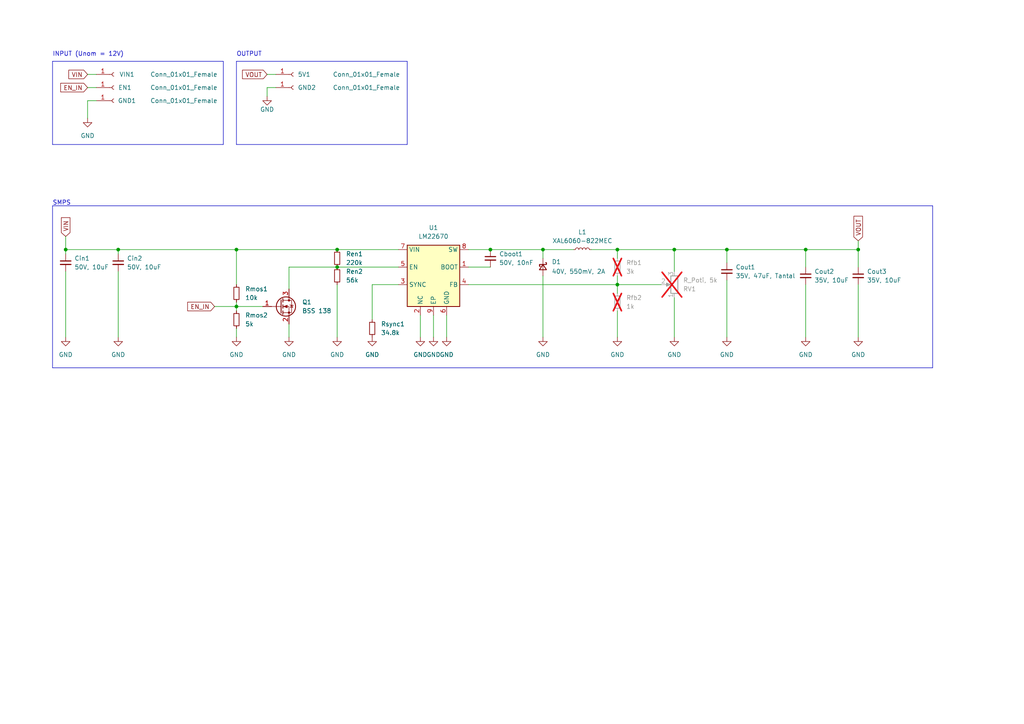
<source format=kicad_sch>
(kicad_sch (version 20231120) (generator "eeschema") (generator_version "8.0")
  (paper "A4")
  (lib_symbols
    (symbol "Connector:Conn_01x01_Female" (pin_names (offset 1.016) hide)
      (property "Reference" "J" (at 0 2.54 0))
      (property "Value" "Conn_01x01_Female" (at 0 -2.54 0))
      (symbol "Conn_01x01_Female_1_1"
        (polyline (pts (xy -1.27 0) (xy -0.508 0)) (stroke (width 0.1524)))
        (arc (start 0 0.508) (mid -0.5058 0) (end 0 -0.508) (stroke (width 0.1524)))
        (pin passive line (at -5.08 0 0) (length 3.81) (name "Pin_1") (number "1"))
      )
    )
    (symbol "Device:C_Small" (pin_numbers hide) (pin_names (offset 0.254) hide)
      (property "Reference" "C" (at 0.254 1.778 0))
      (property "Value" "C_Small" (at 0.254 -2.032 0))
      (symbol "C_Small_0_1"
        (polyline (pts (xy -1.524 -0.508) (xy 1.524 -0.508)) (stroke (width 0.3302)))
        (polyline (pts (xy -1.524 0.508) (xy 1.524 0.508)) (stroke (width 0.3048)))
      )
      (symbol "C_Small_1_1"
        (pin passive line (at 0 2.54 270) (length 2.032) (name "~") (number "1"))
        (pin passive line (at 0 -2.54 90) (length 2.032) (name "~") (number "2"))
      )
    )
    (symbol "Device:D_Schottky_Small" (pin_numbers hide) (pin_names (offset 0.254) hide)
      (property "Reference" "D" (at -1.27 2.032 0))
      (property "Value" "D_Schottky_Small" (at -7.112 -2.032 0))
      (symbol "D_Schottky_Small_0_1"
        (polyline (pts (xy -0.762 0) (xy 0.762 0)))
        (polyline (pts (xy 0.762 -1.016) (xy -0.762 0) (xy 0.762 1.016) (xy 0.762 -1.016)) (stroke (width 0.254)))
        (polyline (pts (xy -1.27 0.762) (xy -1.27 1.016) (xy -0.762 1.016) (xy -0.762 -1.016) (xy -0.254 -1.016) (xy -0.254 -0.762)) (stroke (width 0.254)))
      )
      (symbol "D_Schottky_Small_1_1"
        (pin passive line (at -2.54 0 0) (length 1.778) (name "K") (number "1"))
        (pin passive line (at 2.54 0 180) (length 1.778) (name "A") (number "2"))
      )
    )
    (symbol "Device:L_Small" (pin_numbers hide) (pin_names (offset 0.254) hide)
      (property "Reference" "L" (at 0.762 1.016 0))
      (property "Value" "L_Small" (at 0.762 -1.016 0))
      (symbol "L_Small_0_1"
        (arc (start 0 -2.032) (mid 0.5058 -1.524) (end 0 -1.016))
        (arc (start 0 -1.016) (mid 0.5058 -0.508) (end 0 0))
        (arc (start 0 0) (mid 0.5058 0.508) (end 0 1.016))
        (arc (start 0 1.016) (mid 0.5058 1.524) (end 0 2.032))
      )
      (symbol "L_Small_1_1"
        (pin passive line (at 0 2.54 270) (length 0.508) (name "~") (number "1"))
        (pin passive line (at 0 -2.54 90) (length 0.508) (name "~") (number "2"))
      )
    )
    (symbol "Device:Q_NMOS_GSD" (pin_names (offset 0) hide)
      (property "Reference" "Q" (at 5.08 1.27 0))
      (property "Value" "Q_NMOS_GSD" (at 5.08 -1.27 0))
      (symbol "Q_NMOS_GSD_0_1"
        (polyline (pts (xy 0.254 0) (xy -2.54 0)))
        (polyline (pts (xy 0.254 1.905) (xy 0.254 -1.905)) (stroke (width 0.254)))
        (polyline (pts (xy 0.762 -1.27) (xy 0.762 -2.286)) (stroke (width 0.254)))
        (polyline (pts (xy 0.762 0.508) (xy 0.762 -0.508)) (stroke (width 0.254)))
        (polyline (pts (xy 0.762 2.286) (xy 0.762 1.27)) (stroke (width 0.254)))
        (polyline (pts (xy 2.54 2.54) (xy 2.54 1.778)))
        (polyline (pts (xy 2.54 -2.54) (xy 2.54 0) (xy 0.762 0)))
        (polyline (pts (xy 0.762 -1.778) (xy 3.302 -1.778) (xy 3.302 1.778) (xy 0.762 1.778)))
        (polyline (pts (xy 1.016 0) (xy 2.032 0.381) (xy 2.032 -0.381) (xy 1.016 0)) (fill (type outline)))
        (polyline (pts (xy 2.794 0.508) (xy 2.921 0.381) (xy 3.683 0.381) (xy 3.81 0.254)))
        (polyline (pts (xy 3.302 0.381) (xy 2.921 -0.254) (xy 3.683 -0.254) (xy 3.302 0.381)))
        (circle (center 1.651 0) (radius 2.794) (stroke (width 0.254)))
        (circle (center 2.54 -1.778) (radius 0.254) (fill (type outline)))
        (circle (center 2.54 1.778) (radius 0.254) (fill (type outline)))
      )
      (symbol "Q_NMOS_GSD_1_1"
        (pin input line (at -5.08 0 0) (length 2.54) (name "G") (number "1"))
        (pin passive line (at 2.54 -5.08 90) (length 2.54) (name "S") (number "2"))
        (pin passive line (at 2.54 5.08 270) (length 2.54) (name "D") (number "3"))
      )
    )
    (symbol "Device:R_Potentiometer" (pin_names (offset 1.016) hide)
      (property "Reference" "RV" (at -4.445 0 90))
      (property "Value" "R_Potentiometer" (at -2.54 0 90))
      (symbol "R_Potentiometer_0_1"
        (polyline (pts (xy 2.54 0) (xy 1.524 0)))
        (polyline (pts (xy 1.143 0) (xy 2.286 0.508) (xy 2.286 -0.508) (xy 1.143 0)) (fill (type outline)))
        (rectangle (start 1.016 2.54) (end -1.016 -2.54) (stroke (width 0.254)))
      )
      (symbol "R_Potentiometer_1_1"
        (pin passive line (at 0 3.81 270) (length 1.27) (name "1") (number "1"))
        (pin passive line (at 3.81 0 180) (length 1.27) (name "2") (number "2"))
        (pin passive line (at 0 -3.81 90) (length 1.27) (name "3") (number "3"))
      )
    )
    (symbol "Device:R_Small" (pin_numbers hide) (pin_names (offset 0.254) hide)
      (property "Reference" "R" (at 0.762 0.508 0))
      (property "Value" "R_Small" (at 0.762 -1.016 0))
      (symbol "R_Small_0_1"
        (rectangle (start -0.762 1.778) (end 0.762 -1.778) (stroke (width 0.2032)))
      )
      (symbol "R_Small_1_1"
        (pin passive line (at 0 2.54 270) (length 0.762) (name "~") (number "1"))
        (pin passive line (at 0 -2.54 90) (length 0.762) (name "~") (number "2"))
      )
    )
    (symbol "Regulator_Switching:LM22676MR-ADJ"
      (property "Reference" "U1" (at 0 12.7 0))
      (property "Value" "LM22670" (at 0 10.16 0))
      (symbol "LM22676MR-ADJ_0_1"
        (rectangle (start -7.62 6.35) (end 7.62 -11.43) (stroke (width 0.254)) (fill (type background)))
      )
      (symbol "LM22676MR-ADJ_1_1"
        (pin input line (at 10.16 0 180) (length 2.54) (name "BOOT") (number "1"))
        (pin power_in line (at -3.81 -13.97 90) (length 2.54) (name "NC") (number "2"))
        (pin input line (at -10.16 -5.08 0) (length 2.54) (name "SYNC") (number "3"))
        (pin input line (at 10.16 -5.08 180) (length 2.54) (name "FB") (number "4"))
        (pin input line (at -10.16 0 0) (length 2.54) (name "EN") (number "5"))
        (pin power_in line (at 3.81 -13.97 90) (length 2.54) (name "GND") (number "6"))
        (pin power_in line (at -10.16 5.08 0) (length 2.54) (name "VIN") (number "7"))
        (pin power_out line (at 10.16 5.08 180) (length 2.54) (name "SW") (number "8"))
        (pin power_in line (at 0 -13.97 90) (length 2.54) (name "EP") (number "9"))
      )
    )
    (symbol "power:GND" (power) (pin_names (offset 0))
      (property "Value" "GND" (at 0 -3.81 0))
      (symbol "GND_0_1"
        (polyline (pts (xy 0 0) (xy 0 -1.27) (xy 1.27 -1.27) (xy 0 -2.54) (xy -1.27 -1.27) (xy 0 -1.27)))
      )
      (symbol "GND_1_1"
        (pin power_in line (at 0 0 270) (length 0) hide (name "GND") (number "1"))
      )
    )
  )
  (junction (at 179.07 72.39))
  (junction (at 19.05 72.39))
  (junction (at 210.82 72.39))
  (junction (at 195.58 72.39))
  (junction (at 68.58 88.9))
  (junction (at 233.68 72.39))
  (junction (at 179.07 82.55))
  (junction (at 142.24 72.39))
  (junction (at 97.79 77.47))
  (junction (at 157.48 72.39))
  (junction (at 97.79 72.39))
  (junction (at 248.92 72.39))
  (junction (at 34.29 72.39))
  (junction (at 68.58 72.39))
  (wire (pts (xy 68.58 88.9) (xy 68.58 90.17)))
  (wire (pts (xy 97.79 72.39) (xy 115.57 72.39)))
  (wire (pts (xy 135.89 77.47) (xy 142.24 77.47)))
  (wire (pts (xy 25.4 29.21) (xy 25.4 34.29)))
  (wire (pts (xy 62.23 88.9) (xy 68.58 88.9)))
  (wire (pts (xy 135.89 82.55) (xy 179.07 82.55)))
  (wire (pts (xy 195.58 72.39) (xy 195.58 78.74)))
  (wire (pts (xy 248.92 69.85) (xy 248.92 72.39)))
  (wire (pts (xy 68.58 72.39) (xy 68.58 82.55)))
  (wire (pts (xy 233.68 82.55) (xy 233.68 97.79)))
  (wire (pts (xy 195.58 86.36) (xy 195.58 97.79)))
  (wire (pts (xy 68.58 95.25) (xy 68.58 97.79)))
  (wire (pts (xy 121.92 91.44) (xy 121.92 97.79)))
  (wire (pts (xy 157.48 72.39) (xy 166.37 72.39)))
  (wire (pts (xy 83.82 77.47) (xy 83.82 83.82)))
  (wire (pts (xy 83.82 77.47) (xy 97.79 77.47)))
  (wire (pts (xy 179.07 82.55) (xy 179.07 85.09)))
  (wire (pts (xy 25.4 25.4) (xy 27.94 25.4)))
  (wire (pts (xy 68.58 88.9) (xy 76.2 88.9)))
  (wire (pts (xy 210.82 72.39) (xy 233.68 72.39)))
  (wire (pts (xy 77.47 21.59) (xy 80.01 21.59)))
  (wire (pts (xy 83.82 93.98) (xy 83.82 97.79)))
  (wire (pts (xy 248.92 72.39) (xy 248.92 77.47)))
  (wire (pts (xy 179.07 90.17) (xy 179.07 97.79)))
  (polyline (pts (xy 118.11 17.78) (xy 118.11 41.91)))
  (wire (pts (xy 97.79 77.47) (xy 115.57 77.47)))
  (wire (pts (xy 157.48 80.01) (xy 157.48 97.79)))
  (wire (pts (xy 68.58 72.39) (xy 97.79 72.39)))
  (wire (pts (xy 179.07 82.55) (xy 191.77 82.55)))
  (polyline (pts (xy 270.51 59.69) (xy 270.51 106.68)))
  (wire (pts (xy 210.82 81.28) (xy 210.82 97.79)))
  (wire (pts (xy 107.95 82.55) (xy 115.57 82.55)))
  (polyline (pts (xy 64.77 17.78) (xy 64.77 41.91)))
  (polyline (pts (xy 68.58 17.78) (xy 118.11 17.78)))
  (polyline (pts (xy 270.51 106.68) (xy 15.24 106.68)))
  (wire (pts (xy 125.73 91.44) (xy 125.73 97.79)))
  (wire (pts (xy 157.48 74.93) (xy 157.48 72.39)))
  (wire (pts (xy 179.07 80.01) (xy 179.07 82.55)))
  (wire (pts (xy 34.29 72.39) (xy 34.29 73.66)))
  (wire (pts (xy 68.58 87.63) (xy 68.58 88.9)))
  (wire (pts (xy 179.07 72.39) (xy 179.07 74.93)))
  (wire (pts (xy 179.07 72.39) (xy 195.58 72.39)))
  (polyline (pts (xy 15.24 17.78) (xy 64.77 17.78)))
  (polyline (pts (xy 64.77 41.91) (xy 15.24 41.91)))
  (wire (pts (xy 19.05 72.39) (xy 19.05 73.66)))
  (wire (pts (xy 129.54 91.44) (xy 129.54 97.79)))
  (wire (pts (xy 77.47 25.4) (xy 80.01 25.4)))
  (wire (pts (xy 248.92 82.55) (xy 248.92 97.79)))
  (wire (pts (xy 27.94 21.59) (xy 25.4 21.59)))
  (wire (pts (xy 195.58 72.39) (xy 210.82 72.39)))
  (wire (pts (xy 34.29 72.39) (xy 19.05 72.39)))
  (wire (pts (xy 19.05 72.39) (xy 19.05 68.58)))
  (wire (pts (xy 210.82 72.39) (xy 210.82 76.2)))
  (wire (pts (xy 27.94 29.21) (xy 25.4 29.21)))
  (wire (pts (xy 77.47 25.4) (xy 77.47 27.94)))
  (wire (pts (xy 135.89 72.39) (xy 142.24 72.39)))
  (wire (pts (xy 233.68 72.39) (xy 248.92 72.39)))
  (polyline (pts (xy 15.24 59.69) (xy 15.24 106.68)))
  (wire (pts (xy 107.95 92.71) (xy 107.95 82.55)))
  (polyline (pts (xy 118.11 41.91) (xy 68.58 41.91)))
  (wire (pts (xy 171.45 72.39) (xy 179.07 72.39)))
  (wire (pts (xy 19.05 78.74) (xy 19.05 97.79)))
  (polyline (pts (xy 15.24 59.69) (xy 270.51 59.69)))
  (wire (pts (xy 233.68 72.39) (xy 233.68 77.47)))
  (wire (pts (xy 142.24 72.39) (xy 157.48 72.39)))
  (wire (pts (xy 34.29 72.39) (xy 68.58 72.39)))
  (polyline (pts (xy 15.24 17.78) (xy 15.24 41.91)))
  (wire (pts (xy 34.29 78.74) (xy 34.29 97.79)))
  (polyline (pts (xy 68.58 17.78) (xy 68.58 41.91)))
  (wire (pts (xy 97.79 82.55) (xy 97.79 97.79)))
  (text "OUTPUT" (at 68.58 16.51 0) (effects (font (size 1.27 1.27)) (justify left bottom)))
  (text "INPUT (Unom = 12V)" (at 15.24 16.51 0) (effects (font (size 1.27 1.27)) (justify left bottom)))
  (text "SMPS" (at 15.24 59.69 0) (effects (font (size 1.27 1.27)) (justify left bottom)))
  (global_label "VOUT" (shape input) (at 248.92 69.85 90) (property "Intersheetrefs" "${INTERSHEET_REFS}" (effects (hide yes))))
  (global_label "EN_IN" (shape input) (at 25.4 25.4 180) (property "Intersheetrefs" "${INTERSHEET_REFS}" (effects (hide yes))))
  (global_label "EN_IN" (shape input) (at 62.23 88.9 180) (property "Intersheetrefs" "${INTERSHEET_REFS}" (effects (hide yes))))
  (global_label "VIN" (shape input) (at 25.4 21.59 180) (property "Intersheetrefs" "${INTERSHEET_REFS}" (effects (hide yes))))
  (global_label "VIN" (shape input) (at 19.05 68.58 90) (property "Intersheetrefs" "${INTERSHEET_REFS}" (effects (hide yes))))
  (global_label "VOUT" (shape input) (at 77.47 21.59 180) (property "Intersheetrefs" "${INTERSHEET_REFS}" (effects (hide yes))))
  (symbol (lib_id "Device:C_Small") (at 142.24 74.93 0) (unit 1)
    (property "Reference" "Cboot1" (at 144.78 73.6662 0) (effects (justify left)))
    (property "Value" "50V, 10nF" (at 144.78 76.2062 0) (effects (justify left)))
    (property "Footprint" "Capacitor_SMD:C_0603_1608Metric" (effects (hide yes)))
  )
  (symbol (lib_id "power:GND") (at 210.82 97.79 0) (unit 1)
    (property "Reference" "#PWR0107" (effects (hide yes)))
    (property "Value" "GND" (at 210.82 102.87 0))
  )
  (symbol (lib_id "Device:R_Small") (at 179.07 87.63 0) (unit 1) (in_bom no) (dnp yes)
    (property "Reference" "Rfb2" (at 181.61 86.3599 0) (effects (justify left)))
    (property "Value" "1k" (at 181.61 88.9 0) (effects (justify left)))
    (property "Footprint" "Resistor_SMD:R_0603_1608Metric" (effects (hide yes)))
  )
  (symbol (lib_id "power:GND") (at 19.05 97.79 0) (unit 1)
    (property "Reference" "#PWR0103" (effects (hide yes)))
    (property "Value" "GND" (at 19.05 102.87 0))
  )
  (symbol (lib_id "Device:R_Small") (at 68.58 85.09 0) (unit 1)
    (property "Reference" "Rmos1" (at 71.12 83.8199 0) (effects (justify left)))
    (property "Value" "10k" (at 71.12 86.36 0) (effects (justify left)))
    (property "Footprint" "Resistor_SMD:R_0603_1608Metric" (effects (hide yes)))
  )
  (symbol (lib_id "Device:R_Small") (at 97.79 80.01 0) (unit 1)
    (property "Reference" "Ren2" (at 100.33 78.7399 0) (effects (justify left)))
    (property "Value" "56k" (at 100.33 81.2799 0) (effects (justify left)))
    (property "Footprint" "Resistor_SMD:R_0603_1608Metric" (effects (hide yes)))
  )
  (symbol (lib_id "power:GND") (at 248.92 97.79 0) (unit 1)
    (property "Reference" "#PWR04" (effects (hide yes)))
    (property "Value" "GND" (at 248.92 102.87 0))
  )
  (symbol (lib_id "Connector:Conn_01x01_Female") (at 33.02 21.59 0) (mirror x) (unit 1)
    (property "Reference" "VIN1" (at 36.83 21.59 0))
    (property "Value" "Conn_01x01_Female" (at 53.34 21.59 0))
    (property "Footprint" "Connector_Wire:SolderWirePad_1x01_SMD_1x2mm" (effects (hide yes)))
  )
  (symbol (lib_id "Device:C_Small") (at 34.29 76.2 0) (unit 1)
    (property "Reference" "Cin2" (at 36.83 74.9362 0) (effects (justify left)))
    (property "Value" "50V, 10uF" (at 36.83 77.4762 0) (effects (justify left)))
    (property "Footprint" "Capacitor_SMD:C_1210_3225Metric" (effects (hide yes)))
  )
  (symbol (lib_id "Connector:Conn_01x01_Female") (at 85.09 25.4 0) (unit 1)
    (property "Reference" "GND2" (at 86.36 25.4 0) (effects (justify left)))
    (property "Value" "Conn_01x01_Female" (at 96.52 25.4001 0) (effects (justify left)))
    (property "Footprint" "TestPoint:TestPoint_THTPad_D1.0mm_Drill0.5mm" (effects (hide yes)))
  )
  (symbol (lib_id "power:GND") (at 121.92 97.79 0) (unit 1)
    (property "Reference" "#PWR0110" (effects (hide yes)))
    (property "Value" "GND" (at 121.92 102.87 0))
  )
  (symbol (lib_id "Connector:Conn_01x01_Female") (at 85.09 21.59 0) (unit 1)
    (property "Reference" "5V1" (at 86.36 21.59 0) (effects (justify left)))
    (property "Value" "Conn_01x01_Female" (at 96.52 21.5901 0) (effects (justify left)))
    (property "Footprint" "TestPoint:TestPoint_THTPad_D1.0mm_Drill0.5mm" (effects (hide yes)))
  )
  (symbol (lib_id "Device:D_Schottky_Small") (at 157.48 77.47 270) (unit 1)
    (property "Reference" "D1" (at 160.02 75.9459 90) (effects (justify left)))
    (property "Value" "40V, 550mV, 2A" (at 160.02 78.74 90) (effects (justify left)))
    (property "Footprint" "Diode_SMD:D_SOD-128" (effects (hide yes)))
  )
  (symbol (lib_id "Device:R_Small") (at 97.79 74.93 0) (unit 1)
    (property "Reference" "Ren1" (at 100.33 73.6599 0) (effects (justify left)))
    (property "Value" "220k" (at 100.33 76.1999 0) (effects (justify left)))
    (property "Footprint" "Resistor_SMD:R_0603_1608Metric" (effects (hide yes)))
  )
  (symbol (lib_id "power:GND") (at 129.54 97.79 0) (unit 1)
    (property "Reference" "#PWR0104" (effects (hide yes)))
    (property "Value" "GND" (at 129.54 102.87 0))
  )
  (symbol (lib_id "power:GND") (at 179.07 97.79 0) (unit 1)
    (property "Reference" "#PWR0113" (effects (hide yes)))
    (property "Value" "GND" (at 179.07 102.87 0))
  )
  (symbol (lib_id "power:GND") (at 97.79 97.79 0) (unit 1)
    (property "Reference" "#PWR0101" (effects (hide yes)))
    (property "Value" "GND" (at 97.79 102.87 0))
  )
  (symbol (lib_id "power:GND") (at 83.82 97.79 0) (unit 1)
    (property "Reference" "#PWR0108" (effects (hide yes)))
    (property "Value" "GND" (at 83.82 102.87 0))
  )
  (symbol (lib_id "Device:Q_NMOS_GSD") (at 81.28 88.9 0) (unit 1)
    (property "Reference" "Q1" (at 87.63 87.6299 0) (effects (justify left)))
    (property "Value" "BSS 138" (at 87.63 90.17 0) (effects (justify left)))
    (property "Footprint" "Package_TO_SOT_SMD:SOT-23W" (effects (hide yes)))
  )
  (symbol (lib_id "Connector:Conn_01x01_Female") (at 33.02 25.4 0) (unit 1)
    (property "Reference" "EN1" (at 34.29 25.3999 0) (effects (justify left)))
    (property "Value" "Conn_01x01_Female" (at 53.34 25.4 0))
    (property "Footprint" "TestPoint:TestPoint_THTPad_D1.0mm_Drill0.5mm" (effects (hide yes)))
  )
  (symbol (lib_id "Device:R_Small") (at 68.58 92.71 0) (unit 1)
    (property "Reference" "Rmos2" (at 71.12 91.4399 0) (effects (justify left)))
    (property "Value" "5k" (at 71.12 93.9799 0) (effects (justify left)))
    (property "Footprint" "Resistor_SMD:R_0603_1608Metric" (effects (hide yes)))
  )
  (symbol (lib_id "Connector:Conn_01x01_Female") (at 33.02 29.21 0) (mirror x) (unit 1)
    (property "Reference" "GND1" (at 36.83 29.21 0))
    (property "Value" "Conn_01x01_Female" (at 53.34 29.21 0))
    (property "Footprint" "Connector_Wire:SolderWirePad_1x01_SMD_1x2mm" (effects (hide yes)))
  )
  (symbol (lib_id "Device:L_Small") (at 168.91 72.39 90) (unit 1)
    (property "Reference" "L1" (at 168.91 67.31 90))
    (property "Value" "XAL6060-822MEC" (at 168.91 69.85 90))
    (property "Footprint" "Inductor_SMD:L_Coilcraft_XAL60xx_6.36x6.56mm" (effects (hide yes)))
    (property "Datasheet" "Panasonic ETQP5M 0854" (effects (hide yes)))
  )
  (symbol (lib_id "Device:C_Small") (at 210.82 78.74 0) (unit 1)
    (property "Reference" "Cout1" (at 213.36 77.4762 0) (effects (justify left)))
    (property "Value" "35V, 47uF, Tantal" (at 213.36 80.0162 0) (effects (justify left)))
    (property "Footprint" "Capacitor_Tantalum_SMD:CP_EIA-3528-21_Kemet-B" (effects (hide yes)))
  )
  (symbol (lib_id "Device:R_Small") (at 179.07 77.47 0) (unit 1) (in_bom no) (dnp yes)
    (property "Reference" "Rfb1" (at 181.61 76.1999 0) (effects (justify left)))
    (property "Value" "3k" (at 181.61 78.7399 0) (effects (justify left)))
    (property "Footprint" "Resistor_SMD:R_0603_1608Metric" (effects (hide yes)))
  )
  (symbol (lib_id "Device:R_Small") (at 107.95 95.25 0) (unit 1)
    (property "Reference" "Rsync1" (at 110.49 93.9799 0) (effects (justify left)))
    (property "Value" "34.8k" (at 110.49 96.5199 0) (effects (justify left)))
    (property "Footprint" "Resistor_SMD:R_0603_1608Metric" (effects (hide yes)))
  )
  (symbol (lib_id "Device:C_Small") (at 233.68 80.01 0) (unit 1)
    (property "Reference" "Cout2" (at 236.22 78.7462 0) (effects (justify left)))
    (property "Value" "35V, 10uF" (at 236.22 81.2862 0) (effects (justify left)))
    (property "Footprint" "Capacitor_SMD:C_0805_2012Metric" (effects (hide yes)))
  )
  (symbol (lib_id "power:GND") (at 107.95 97.79 0) (unit 1)
    (property "Reference" "#PWR0106" (effects (hide yes)))
    (property "Value" "GND" (at 107.95 102.87 0))
  )
  (symbol (lib_id "power:GND") (at 25.4 34.29 0) (mirror y) (unit 1)
    (property "Reference" "#PWR02" (effects (hide yes)))
    (property "Value" "GND" (at 25.4 39.37 0))
  )
  (symbol (lib_id "power:GND") (at 125.73 97.79 0) (unit 1)
    (property "Reference" "#PWR0109" (effects (hide yes)))
    (property "Value" "GND" (at 125.73 102.87 0))
  )
  (symbol (lib_id "power:GND") (at 77.47 27.94 0) (unit 1)
    (property "Reference" "#PWR03" (effects (hide yes)))
    (property "Value" "GND" (at 77.47 31.75 0))
  )
  (symbol (lib_id "Device:R_Potentiometer") (at 195.58 82.55 180) (unit 1) (in_bom no) (dnp yes)
    (property "Reference" "RV1" (at 198.12 83.82 0) (effects (justify right)))
    (property "Value" "R_Poti, 5k" (at 198.12 81.28 0) (effects (justify right)))
    (property "Footprint" "Potentiometer_SMD:Potentiometer_Bourns_TC33X_Vertical" (effects (hide yes)))
  )
  (symbol (lib_id "Device:C_Small") (at 19.05 76.2 0) (unit 1)
    (property "Reference" "Cin1" (at 21.59 74.9362 0) (effects (justify left)))
    (property "Value" "50V, 10uF" (at 21.59 77.4762 0) (effects (justify left)))
    (property "Footprint" "Capacitor_SMD:C_1210_3225Metric" (effects (hide yes)))
  )
  (symbol (lib_id "power:GND") (at 195.58 97.79 0) (unit 1)
    (property "Reference" "#PWR05" (effects (hide yes)))
    (property "Value" "GND" (at 195.58 102.87 0))
  )
  (symbol (lib_id "power:GND") (at 68.58 97.79 0) (unit 1)
    (property "Reference" "#PWR0111" (effects (hide yes)))
    (property "Value" "GND" (at 68.58 102.87 0))
  )
  (symbol (lib_id "Device:C_Small") (at 248.92 80.01 0) (unit 1)
    (property "Reference" "Cout3" (at 251.46 78.7462 0) (effects (justify left)))
    (property "Value" "35V, 10uF" (at 251.46 81.2862 0) (effects (justify left)))
    (property "Footprint" "Capacitor_SMD:C_0805_2012Metric" (effects (hide yes)))
  )
  (symbol (lib_id "power:GND") (at 157.48 97.79 0) (unit 1)
    (property "Reference" "#PWR0105" (effects (hide yes)))
    (property "Value" "GND" (at 157.48 102.87 0))
  )
  (symbol (lib_id "Regulator_Switching:LM22676MR-ADJ") (at 125.73 77.47 0) (unit 1)
    (property "Reference" "U1" (at 125.73 66.04 0))
    (property "Value" "LM22670" (at 125.73 68.58 0))
    (property "Footprint" "Package_SO:TI_SO-PowerPAD-8" (effects (hide yes)))
    (property "Datasheet" "https://www.ti.com/lit/ds/symlink/lm22670-q1.pdf" (effects (hide yes)))
  )
  (symbol (lib_id "power:GND") (at 233.68 97.79 0) (unit 1)
    (property "Reference" "#PWR01" (effects (hide yes)))
    (property "Value" "GND" (at 233.68 102.87 0))
  )
  (symbol (lib_id "power:GND") (at 34.29 97.79 0) (unit 1)
    (property "Reference" "#PWR0102" (effects (hide yes)))
    (property "Value" "GND" (at 34.29 102.87 0))
  )
)
</source>
